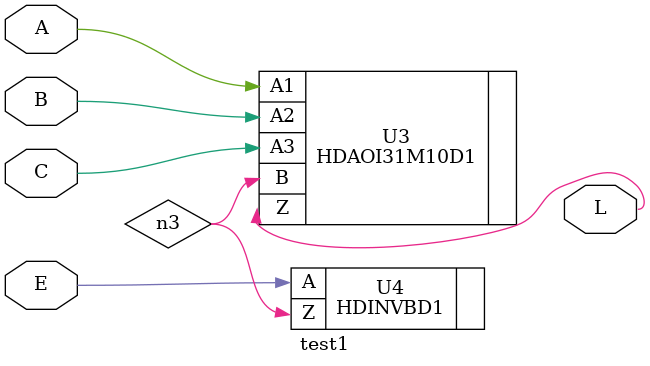
<source format=v>

module test1 ( A, B, C, E, L );
  input A, B, C, E;
  output L;
  wire   n3;

  HDAOI31M10D1 U3 ( .A1(A), .A2(B), .A3(C), .B(n3), .Z(L) );
  HDINVBD1 U4 ( .A(E), .Z(n3) );
endmodule


</source>
